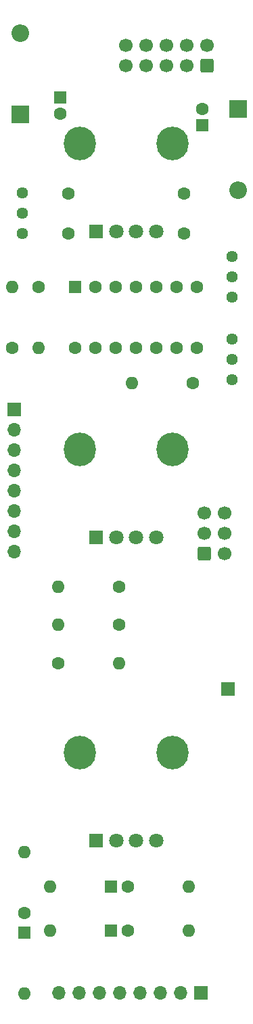
<source format=gbs>
%TF.GenerationSoftware,KiCad,Pcbnew,9.0.0*%
%TF.CreationDate,2025-03-15T22:52:04+01:00*%
%TF.ProjectId,DMH_Multiverter_Mk2_PCB,444d485f-4d75-46c7-9469-766572746572,1*%
%TF.SameCoordinates,Original*%
%TF.FileFunction,Soldermask,Bot*%
%TF.FilePolarity,Negative*%
%FSLAX46Y46*%
G04 Gerber Fmt 4.6, Leading zero omitted, Abs format (unit mm)*
G04 Created by KiCad (PCBNEW 9.0.0) date 2025-03-15 22:52:04*
%MOMM*%
%LPD*%
G01*
G04 APERTURE LIST*
G04 Aperture macros list*
%AMRoundRect*
0 Rectangle with rounded corners*
0 $1 Rounding radius*
0 $2 $3 $4 $5 $6 $7 $8 $9 X,Y pos of 4 corners*
0 Add a 4 corners polygon primitive as box body*
4,1,4,$2,$3,$4,$5,$6,$7,$8,$9,$2,$3,0*
0 Add four circle primitives for the rounded corners*
1,1,$1+$1,$2,$3*
1,1,$1+$1,$4,$5*
1,1,$1+$1,$6,$7*
1,1,$1+$1,$8,$9*
0 Add four rect primitives between the rounded corners*
20,1,$1+$1,$2,$3,$4,$5,0*
20,1,$1+$1,$4,$5,$6,$7,0*
20,1,$1+$1,$6,$7,$8,$9,0*
20,1,$1+$1,$8,$9,$2,$3,0*%
G04 Aperture macros list end*
%ADD10O,4.000000X4.200000*%
%ADD11C,1.800000*%
%ADD12R,1.800000X1.800000*%
%ADD13R,1.700000X1.700000*%
%ADD14C,1.600000*%
%ADD15O,1.600000X1.600000*%
%ADD16C,1.440000*%
%ADD17O,1.700000X1.700000*%
%ADD18R,1.600000X1.600000*%
%ADD19R,2.200000X2.200000*%
%ADD20O,2.200000X2.200000*%
%ADD21RoundRect,0.250000X-0.550000X0.550000X-0.550000X-0.550000X0.550000X-0.550000X0.550000X0.550000X0*%
%ADD22RoundRect,0.250000X0.600000X-0.600000X0.600000X0.600000X-0.600000X0.600000X-0.600000X-0.600000X0*%
%ADD23C,1.700000*%
%ADD24RoundRect,0.250000X-0.600000X-0.600000X0.600000X-0.600000X0.600000X0.600000X-0.600000X0.600000X0*%
G04 APERTURE END LIST*
D10*
%TO.C,RV3*%
X77200000Y-135000000D03*
D11*
X86750000Y-146000000D03*
D10*
X88800000Y-135000000D03*
D12*
X79250000Y-146000000D03*
D11*
X81750000Y-146000000D03*
X84250000Y-146000000D03*
%TD*%
D10*
%TO.C,RV1*%
X77200000Y-58750000D03*
D11*
X86750000Y-69750000D03*
D10*
X88800000Y-58750000D03*
D12*
X79250000Y-69750000D03*
D11*
X81750000Y-69750000D03*
X84250000Y-69750000D03*
%TD*%
D13*
%TO.C,J0*%
X95750000Y-127000000D03*
%TD*%
D10*
%TO.C,RV2*%
X77200000Y-97000000D03*
D11*
X86750000Y-108000000D03*
D10*
X88800000Y-97000000D03*
D12*
X79250000Y-108000000D03*
D11*
X81750000Y-108000000D03*
X84250000Y-108000000D03*
%TD*%
D14*
%TO.C,R4*%
X82060000Y-119000000D03*
D15*
X74440000Y-119000000D03*
%TD*%
D16*
%TO.C,RV4*%
X70000000Y-64950000D03*
X70000000Y-67490000D03*
X70000000Y-70030000D03*
%TD*%
D14*
%TO.C,R6*%
X91310000Y-88750000D03*
D15*
X83690000Y-88750000D03*
%TD*%
D16*
%TO.C,RV6*%
X96250000Y-88290000D03*
X96250000Y-85750000D03*
X96250000Y-83210000D03*
%TD*%
D13*
%TO.C,J50*%
X69000000Y-92000000D03*
D17*
X69000000Y-94540000D03*
X69000000Y-97080000D03*
X69000000Y-99620000D03*
X69000000Y-102160000D03*
X69000000Y-104700000D03*
X69000000Y-107240000D03*
X69000000Y-109780000D03*
%TD*%
D14*
%TO.C,C4*%
X90250000Y-65000000D03*
X90250000Y-70000000D03*
%TD*%
D18*
%TO.C,D3*%
X70250000Y-157440000D03*
D15*
X70250000Y-165060000D03*
%TD*%
D14*
%TO.C,R7*%
X70250000Y-155060000D03*
D15*
X70250000Y-147440000D03*
%TD*%
D18*
%TO.C,D5*%
X81060000Y-157250000D03*
D15*
X73440000Y-157250000D03*
%TD*%
D19*
%TO.C,D2*%
X97000000Y-54420000D03*
D20*
X97000000Y-64580000D03*
%TD*%
D14*
%TO.C,R9*%
X83190000Y-157250000D03*
D15*
X90810000Y-157250000D03*
%TD*%
D14*
%TO.C,R2*%
X72000000Y-76690000D03*
D15*
X72000000Y-84310000D03*
%TD*%
D16*
%TO.C,RV5*%
X96250000Y-78000000D03*
X96250000Y-75460000D03*
X96250000Y-72920000D03*
%TD*%
D21*
%TO.C,U1*%
X76635000Y-76690000D03*
D14*
X79175000Y-76690000D03*
X81715000Y-76690000D03*
X84255000Y-76690000D03*
X86795000Y-76690000D03*
X89335000Y-76690000D03*
X91875000Y-76690000D03*
X91875000Y-84310000D03*
X89335000Y-84310000D03*
X86795000Y-84310000D03*
X84255000Y-84310000D03*
X81715000Y-84310000D03*
X79175000Y-84310000D03*
X76635000Y-84310000D03*
%TD*%
D19*
%TO.C,D1*%
X69750000Y-55080000D03*
D20*
X69750000Y-44920000D03*
%TD*%
D14*
%TO.C,R3*%
X82060000Y-114250000D03*
D15*
X74440000Y-114250000D03*
%TD*%
D14*
%TO.C,R5*%
X74440000Y-123750000D03*
D15*
X82060000Y-123750000D03*
%TD*%
D18*
%TO.C,C2*%
X92500000Y-56455113D03*
D14*
X92500000Y-54455113D03*
%TD*%
D18*
%TO.C,D4*%
X81060000Y-151750000D03*
D15*
X73440000Y-151750000D03*
%TD*%
D14*
%TO.C,C3*%
X75750000Y-70000000D03*
X75750000Y-65000000D03*
%TD*%
%TO.C,R1*%
X68750000Y-84310000D03*
D15*
X68750000Y-76690000D03*
%TD*%
D14*
%TO.C,R8*%
X83190000Y-151750000D03*
D15*
X90810000Y-151750000D03*
%TD*%
D22*
%TO.C,J100*%
X93080000Y-49002500D03*
D23*
X93080000Y-46462500D03*
X90540000Y-49002500D03*
X90540000Y-46462500D03*
X88000000Y-49002500D03*
X88000000Y-46462500D03*
X85460000Y-49002500D03*
X85460000Y-46462500D03*
X82920000Y-49002500D03*
X82920000Y-46462500D03*
%TD*%
D13*
%TO.C,J60*%
X92375000Y-164975000D03*
D17*
X89835000Y-164975000D03*
X87295000Y-164975000D03*
X84755000Y-164975000D03*
X82215000Y-164975000D03*
X79675000Y-164975000D03*
X77135000Y-164975000D03*
X74595000Y-164975000D03*
%TD*%
D18*
%TO.C,C1*%
X74750000Y-53044888D03*
D14*
X74750000Y-55044888D03*
%TD*%
D24*
%TO.C,J200*%
X92747500Y-110045000D03*
D23*
X92747500Y-107505000D03*
X92747500Y-104965000D03*
X95287500Y-110045000D03*
X95287500Y-107505000D03*
X95287500Y-104965000D03*
%TD*%
M02*

</source>
